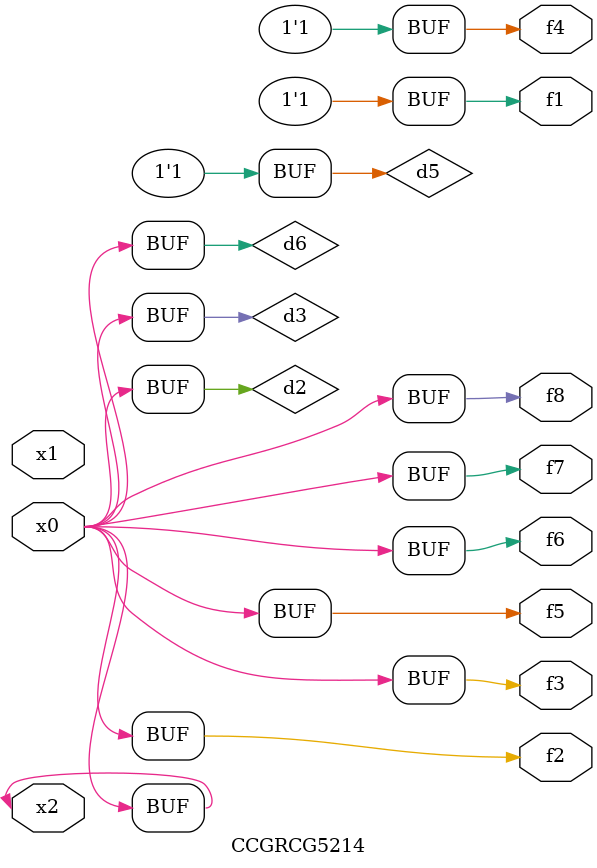
<source format=v>
module CCGRCG5214(
	input x0, x1, x2,
	output f1, f2, f3, f4, f5, f6, f7, f8
);

	wire d1, d2, d3, d4, d5, d6;

	xnor (d1, x2);
	buf (d2, x0, x2);
	and (d3, x0);
	xnor (d4, x1, x2);
	nand (d5, d1, d3);
	buf (d6, d2, d3);
	assign f1 = d5;
	assign f2 = d6;
	assign f3 = d6;
	assign f4 = d5;
	assign f5 = d6;
	assign f6 = d6;
	assign f7 = d6;
	assign f8 = d6;
endmodule

</source>
